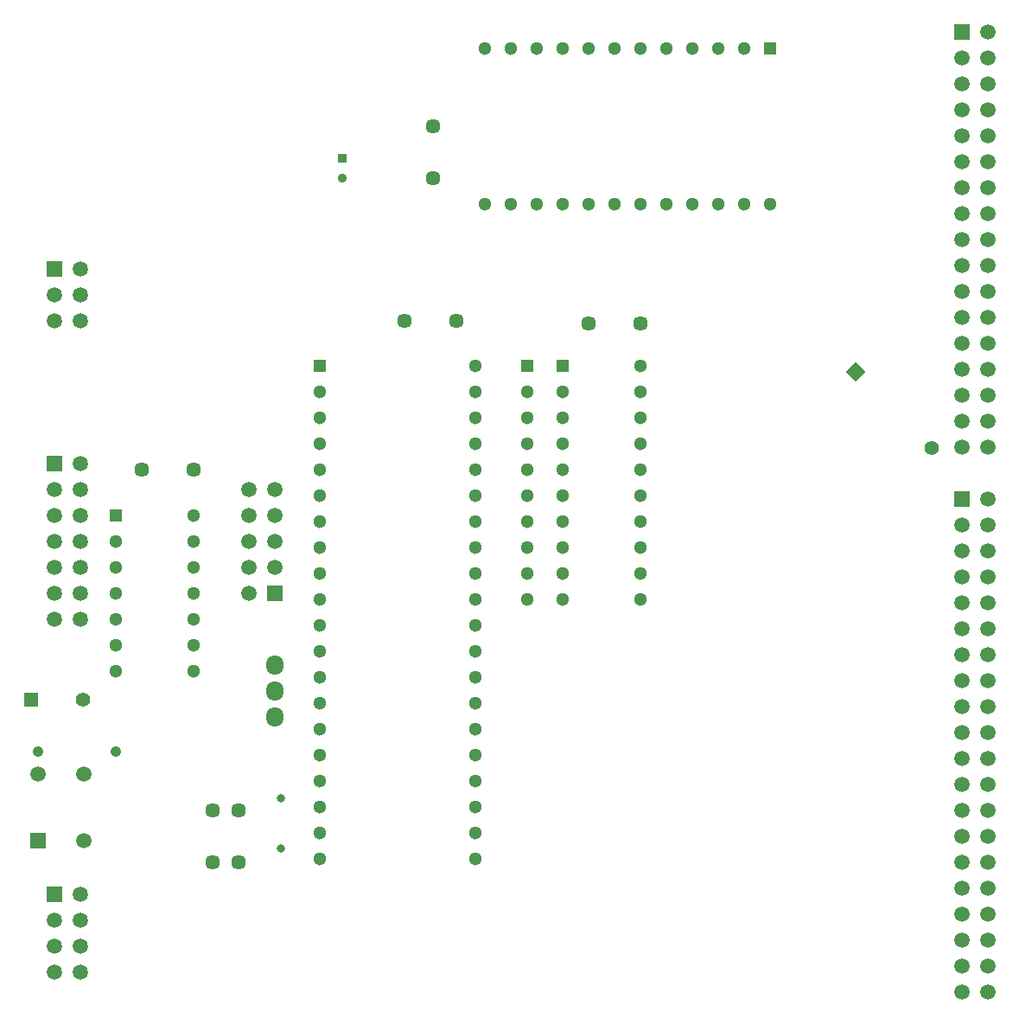
<source format=gbr>
G04 DipTrace 4.3.0.5*
G04 BottomPaste.gbr*
%MOMM*%
G04 #@! TF.FileFunction,Paste,Bot*
G04 #@! TF.Part,Single*
%AMOUTLINE2*
4,1,4,
0.0,0.98288,
0.98288,0.0,
0.0,-0.98288,
-0.98288,0.0,
0.0,0.98288,
0*%
%ADD38R,1.5X1.5*%
%ADD39C,1.5*%
%ADD55C,0.83*%
%ADD56C,1.3*%
%ADD57R,1.3X1.3*%
%ADD59C,1.07*%
%ADD61C,1.07*%
%ADD63O,1.705X1.959*%
%ADD65C,1.49*%
%ADD67R,1.49X1.49*%
%ADD71C,1.51*%
%ADD73R,1.51X1.51*%
%ADD75C,1.39*%
%ADD77R,1.4X1.4*%
%ADD79C,1.4*%
%ADD80C,0.9*%
%ADD81R,0.9X0.9*%
%ADD83C,1.45*%
%ADD90OUTLINE2*%
%FSLAX35Y35*%
G04*
G71*
G90*
G75*
G01*
G04 BotPaste*
%LPD*%
D83*
X-5651507Y3778250D3*
X-5651493Y3270250D3*
D81*
X-6540503Y3465500D3*
D80*
X-6540497Y3265500D3*
D83*
X-8509000Y412750D3*
X-8001000D3*
X-5429250Y1873250D3*
X-5937250D3*
D79*
X-9080500Y-1841500D3*
D77*
X-9588500D3*
D83*
X-7810500Y-3429000D3*
Y-2921000D3*
X-7556500Y-3429000D3*
Y-2921000D3*
X-3619500Y1841500D3*
X-4127500D3*
D90*
X-1513524Y1370651D3*
D75*
X-772476Y629603D3*
D73*
X-476250Y127000D3*
D71*
X-222250D3*
X-476250Y-127000D3*
X-222250D3*
X-476250Y-381000D3*
X-222250D3*
X-476250Y-635000D3*
X-222250D3*
X-476250Y-889000D3*
X-222250D3*
X-476250Y-1143000D3*
X-222250D3*
X-476250Y-1397000D3*
X-222250D3*
X-476250Y-1651000D3*
X-222250D3*
X-476250Y-1905000D3*
X-222250D3*
X-476250Y-2159000D3*
X-222250D3*
X-476250Y-2413000D3*
X-222250D3*
X-476250Y-2667000D3*
X-222250D3*
X-476250Y-2921000D3*
X-222250D3*
X-476250Y-3175000D3*
X-222250D3*
X-476250Y-3429000D3*
X-222250D3*
X-476250Y-3683000D3*
X-222250D3*
X-476250Y-3937000D3*
X-222250D3*
X-476250Y-4191000D3*
X-222250D3*
X-476250Y-4445000D3*
X-222250D3*
X-476250Y-4699000D3*
X-222250D3*
D73*
X-476250Y4699000D3*
D71*
X-222250D3*
X-476250Y4445000D3*
X-222250D3*
X-476250Y4191000D3*
X-222250D3*
X-476250Y3937000D3*
X-222250D3*
X-476250Y3683000D3*
X-222250D3*
X-476250Y3429000D3*
X-222250D3*
X-476250Y3175000D3*
X-222250D3*
X-476250Y2921000D3*
X-222250D3*
X-476250Y2667000D3*
X-222250D3*
X-476250Y2413000D3*
X-222250D3*
X-476250Y2159000D3*
X-222250D3*
X-476250Y1905000D3*
X-222250D3*
X-476250Y1651000D3*
X-222250D3*
X-476250Y1397000D3*
X-222250D3*
X-476250Y1143000D3*
X-222250D3*
X-476250Y889000D3*
X-222250D3*
X-476250Y635000D3*
X-222250D3*
D38*
X-7207241Y-793748D3*
D39*
X-7461241Y-793752D3*
X-7207245Y-539748D3*
X-7461245Y-539752D3*
X-7207250Y-285748D3*
X-7461250Y-285752D3*
X-7207255Y-31748D3*
X-7461255Y-31752D3*
X-7207259Y222252D3*
X-7461259Y222248D3*
D67*
X-9366250Y-3746500D3*
D65*
X-9112250D3*
X-9366250Y-4000500D3*
X-9112250D3*
X-9366250Y-4254500D3*
X-9112250D3*
X-9366250Y-4508500D3*
X-9112250D3*
D67*
X-9366250Y476250D3*
D65*
X-9112250D3*
X-9366250Y222250D3*
X-9112250D3*
X-9366250Y-31750D3*
X-9112250D3*
X-9366250Y-285750D3*
X-9112250D3*
X-9366250Y-539750D3*
X-9112250D3*
X-9366250Y-793750D3*
X-9112250D3*
X-9366250Y-1047750D3*
X-9112250D3*
D63*
X-7202583Y-1495553D3*
X-7202573Y-2003550D3*
X-7202577Y-1749553D3*
D61*
X-9525000Y-2349508D3*
D59*
X-8763000Y-2349492D3*
D57*
X-4730750Y1428750D3*
D56*
Y1174750D3*
Y920750D3*
Y666750D3*
Y412750D3*
Y158750D3*
Y-95250D3*
Y-349250D3*
Y-603250D3*
Y-857250D3*
D38*
X-9527750Y-3214250D3*
D39*
X-9077750D3*
Y-2564250D3*
X-9527750D3*
D57*
X-2349500Y4540250D3*
D56*
X-2603500D3*
X-2857500D3*
X-3111500D3*
X-3365500D3*
X-3619500D3*
X-3873500D3*
X-4127500D3*
X-4381500D3*
X-4635500D3*
X-4889500D3*
X-5143500D3*
Y3016250D3*
X-4889500D3*
X-4635500D3*
X-4381500D3*
X-4127500D3*
X-3873500D3*
X-3619500D3*
X-3365500D3*
X-3111500D3*
X-2857500D3*
X-2603500D3*
X-2349500D3*
D57*
X-6762821Y1428728D3*
D56*
X-6762813Y1174728D3*
X-6762806Y920728D3*
X-6762798Y666728D3*
X-6762791Y412728D3*
X-6762783Y158728D3*
X-6762776Y-95272D3*
X-6762769Y-349272D3*
X-6762761Y-603272D3*
X-6762754Y-857272D3*
X-6762746Y-1111272D3*
X-6762739Y-1365272D3*
X-6762731Y-1619272D3*
X-6762724Y-1873272D3*
X-6762716Y-2127272D3*
X-6762709Y-2381272D3*
X-6762701Y-2635272D3*
X-6762694Y-2889272D3*
X-6762686Y-3143272D3*
X-6762679Y-3397272D3*
X-5238679Y-3397228D3*
X-5238686Y-3143228D3*
X-5238694Y-2889228D3*
X-5238701Y-2635228D3*
X-5238709Y-2381228D3*
X-5238716Y-2127228D3*
X-5238724Y-1873228D3*
X-5238731Y-1619228D3*
X-5238739Y-1365228D3*
X-5238746Y-1111228D3*
X-5238754Y-857228D3*
X-5238761Y-603228D3*
X-5238769Y-349228D3*
X-5238776Y-95228D3*
X-5238783Y158772D3*
X-5238791Y412772D3*
X-5238798Y666772D3*
X-5238806Y920772D3*
X-5238813Y1174772D3*
X-5238821Y1428772D3*
D57*
X-8763000Y-31750D3*
D56*
Y-285750D3*
Y-539750D3*
Y-793750D3*
Y-1047750D3*
Y-1301750D3*
Y-1555750D3*
X-8001000D3*
Y-1301750D3*
Y-1047750D3*
Y-793750D3*
Y-539750D3*
Y-285750D3*
Y-31750D3*
D57*
X-4381500Y1428750D3*
D56*
Y1174750D3*
Y920750D3*
Y666750D3*
Y412747D3*
Y158747D3*
Y-95250D3*
Y-349253D3*
Y-603253D3*
Y-857250D3*
X-3619500Y1428747D3*
Y1174747D3*
Y920747D3*
Y666750D3*
Y412747D3*
Y158747D3*
Y-95250D3*
Y-349253D3*
Y-603253D3*
Y-857250D3*
D55*
X-7143750Y-2804000D3*
Y-3292000D3*
D67*
X-9366250Y2381250D3*
D65*
X-9112250D3*
X-9366250Y2127250D3*
X-9112250D3*
X-9366250Y1873250D3*
X-9112250D3*
M02*

</source>
